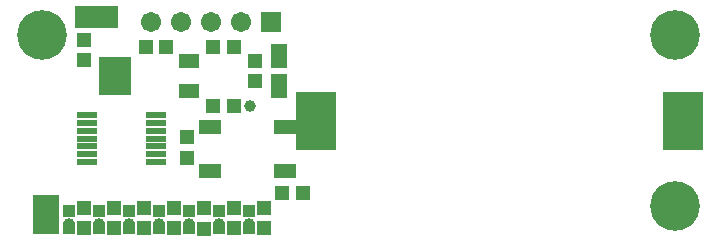
<source format=gts>
G04 Layer_Color=8388736*
%FSLAX25Y25*%
%MOIN*%
G70*
G01*
G75*
%ADD31R,0.04737X0.05131*%
%ADD32R,0.13202X0.19619*%
%ADD33R,0.05131X0.04737*%
%ADD34R,0.07493X0.04737*%
%ADD35R,0.07099X0.04737*%
%ADD36R,0.10642X0.12611*%
%ADD37R,0.05564X0.07847*%
%ADD38R,0.03950X0.03950*%
%ADD39R,0.06600X0.02200*%
%ADD40C,0.16548*%
%ADD41R,0.08674X0.07690*%
%ADD42C,0.03950*%
%ADD43C,0.06706*%
%ADD44R,0.06706X0.06706*%
D31*
X486000Y404654D02*
D03*
Y411346D02*
D03*
X508500Y430154D02*
D03*
Y436846D02*
D03*
X511500Y381154D02*
D03*
Y387846D02*
D03*
X501500Y381154D02*
D03*
Y387846D02*
D03*
X491500Y381000D02*
D03*
Y387693D02*
D03*
X481500Y381154D02*
D03*
Y387846D02*
D03*
X471500Y381154D02*
D03*
Y387846D02*
D03*
X461500Y381154D02*
D03*
Y387846D02*
D03*
X451500Y381154D02*
D03*
Y387846D02*
D03*
Y437154D02*
D03*
Y443846D02*
D03*
D32*
X651205Y417000D02*
D03*
X529000D02*
D03*
D33*
X494654Y422000D02*
D03*
X501346D02*
D03*
X494654Y441500D02*
D03*
X501346D02*
D03*
X517654Y393000D02*
D03*
X524346D02*
D03*
X478846Y441500D02*
D03*
X472154D02*
D03*
D34*
X493598Y414980D02*
D03*
Y400020D02*
D03*
X518402Y414980D02*
D03*
Y400020D02*
D03*
D35*
X486500Y426764D02*
D03*
Y437000D02*
D03*
D36*
X461894Y431882D02*
D03*
D37*
X516500Y438657D02*
D03*
Y428343D02*
D03*
D38*
X506500Y381047D02*
D03*
Y386953D02*
D03*
X496500Y381047D02*
D03*
Y386953D02*
D03*
X486500Y381047D02*
D03*
Y386953D02*
D03*
X476500Y381047D02*
D03*
Y386953D02*
D03*
X466500Y381047D02*
D03*
Y386953D02*
D03*
X456500Y381047D02*
D03*
Y386953D02*
D03*
X446500Y381047D02*
D03*
Y386953D02*
D03*
D39*
X452500Y418700D02*
D03*
Y416100D02*
D03*
Y413600D02*
D03*
Y411000D02*
D03*
Y408400D02*
D03*
Y405900D02*
D03*
Y403300D02*
D03*
X475500D02*
D03*
Y405900D02*
D03*
Y408400D02*
D03*
Y411000D02*
D03*
Y413600D02*
D03*
Y416100D02*
D03*
Y418700D02*
D03*
D40*
X437500Y445500D02*
D03*
X648500Y388500D02*
D03*
Y445500D02*
D03*
D41*
X438937Y382693D02*
D03*
Y388598D02*
D03*
X452717Y451591D02*
D03*
X458622D02*
D03*
D42*
X479000Y441500D02*
D03*
X516500Y428343D02*
D03*
X524346Y393000D02*
D03*
X507000Y422000D02*
D03*
X506500Y382500D02*
D03*
X496500D02*
D03*
X486500D02*
D03*
X476500D02*
D03*
X466500D02*
D03*
X456500D02*
D03*
X446500D02*
D03*
X528500Y417000D02*
D03*
X501500Y441500D02*
D03*
X451500Y437000D02*
D03*
X511500Y381000D02*
D03*
X501500D02*
D03*
X491500D02*
D03*
X481500D02*
D03*
X471500D02*
D03*
X461500D02*
D03*
X451500D02*
D03*
D43*
X474000Y450000D02*
D03*
X484000D02*
D03*
X494000D02*
D03*
X504000D02*
D03*
D44*
X514000D02*
D03*
M02*

</source>
